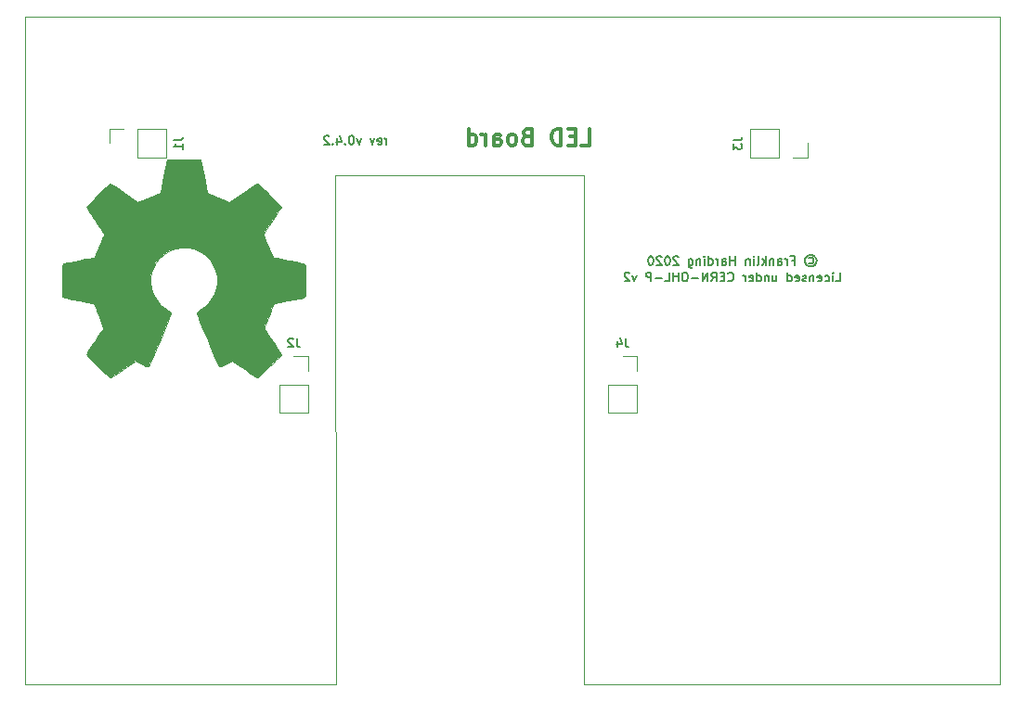
<source format=gbr>
%TF.GenerationSoftware,KiCad,Pcbnew,(5.1.8)-1*%
%TF.CreationDate,2020-12-02T22:37:37+03:00*%
%TF.ProjectId,ledboard,6c656462-6f61-4726-942e-6b696361645f,v0.4.0*%
%TF.SameCoordinates,Original*%
%TF.FileFunction,Legend,Bot*%
%TF.FilePolarity,Positive*%
%FSLAX46Y46*%
G04 Gerber Fmt 4.6, Leading zero omitted, Abs format (unit mm)*
G04 Created by KiCad (PCBNEW (5.1.8)-1) date 2020-12-02 22:37:37*
%MOMM*%
%LPD*%
G01*
G04 APERTURE LIST*
%TA.AperFunction,Profile*%
%ADD10C,0.050000*%
%TD*%
%ADD11C,0.150000*%
%ADD12C,0.300000*%
%ADD13C,0.010000*%
%ADD14C,0.120000*%
G04 APERTURE END LIST*
D10*
X81430000Y-91630000D02*
X81900000Y-91630000D01*
X81440000Y-45190000D02*
X81430000Y-91630000D01*
X58780000Y-45190000D02*
X81440000Y-45190000D01*
X58900000Y-91620000D02*
X58780000Y-45190000D01*
X58500000Y-91630000D02*
X58900000Y-91620000D01*
X58400000Y-91630000D02*
X58500000Y-91630000D01*
X81895000Y-91630000D02*
X119360000Y-91630000D01*
X30460000Y-91630000D02*
X58400000Y-91630000D01*
X119360000Y-91630000D02*
X119360000Y-30670000D01*
X30460000Y-30670000D02*
X30460000Y-91630000D01*
X119360000Y-30670000D02*
X30460000Y-30670000D01*
D11*
X63464166Y-42361904D02*
X63464166Y-41828571D01*
X63464166Y-41980952D02*
X63426071Y-41904761D01*
X63387976Y-41866666D01*
X63311785Y-41828571D01*
X63235595Y-41828571D01*
X62664166Y-42323809D02*
X62740357Y-42361904D01*
X62892738Y-42361904D01*
X62968928Y-42323809D01*
X63007023Y-42247619D01*
X63007023Y-41942857D01*
X62968928Y-41866666D01*
X62892738Y-41828571D01*
X62740357Y-41828571D01*
X62664166Y-41866666D01*
X62626071Y-41942857D01*
X62626071Y-42019047D01*
X63007023Y-42095238D01*
X62359404Y-41828571D02*
X62168928Y-42361904D01*
X61978452Y-41828571D01*
X61140357Y-41828571D02*
X60949880Y-42361904D01*
X60759404Y-41828571D01*
X60302261Y-41561904D02*
X60226071Y-41561904D01*
X60149880Y-41600000D01*
X60111785Y-41638095D01*
X60073690Y-41714285D01*
X60035595Y-41866666D01*
X60035595Y-42057142D01*
X60073690Y-42209523D01*
X60111785Y-42285714D01*
X60149880Y-42323809D01*
X60226071Y-42361904D01*
X60302261Y-42361904D01*
X60378452Y-42323809D01*
X60416547Y-42285714D01*
X60454642Y-42209523D01*
X60492738Y-42057142D01*
X60492738Y-41866666D01*
X60454642Y-41714285D01*
X60416547Y-41638095D01*
X60378452Y-41600000D01*
X60302261Y-41561904D01*
X59692738Y-42285714D02*
X59654642Y-42323809D01*
X59692738Y-42361904D01*
X59730833Y-42323809D01*
X59692738Y-42285714D01*
X59692738Y-42361904D01*
X58968928Y-41828571D02*
X58968928Y-42361904D01*
X59159404Y-41523809D02*
X59349880Y-42095238D01*
X58854642Y-42095238D01*
X58549880Y-42285714D02*
X58511785Y-42323809D01*
X58549880Y-42361904D01*
X58587976Y-42323809D01*
X58549880Y-42285714D01*
X58549880Y-42361904D01*
X58207023Y-41638095D02*
X58168928Y-41600000D01*
X58092738Y-41561904D01*
X57902261Y-41561904D01*
X57826071Y-41600000D01*
X57787976Y-41638095D01*
X57749880Y-41714285D01*
X57749880Y-41790476D01*
X57787976Y-41904761D01*
X58245119Y-42361904D01*
X57749880Y-42361904D01*
D12*
X81233571Y-42428571D02*
X81947857Y-42428571D01*
X81947857Y-40928571D01*
X80733571Y-41642857D02*
X80233571Y-41642857D01*
X80019285Y-42428571D02*
X80733571Y-42428571D01*
X80733571Y-40928571D01*
X80019285Y-40928571D01*
X79376428Y-42428571D02*
X79376428Y-40928571D01*
X79019285Y-40928571D01*
X78805000Y-41000000D01*
X78662142Y-41142857D01*
X78590714Y-41285714D01*
X78519285Y-41571428D01*
X78519285Y-41785714D01*
X78590714Y-42071428D01*
X78662142Y-42214285D01*
X78805000Y-42357142D01*
X79019285Y-42428571D01*
X79376428Y-42428571D01*
X76233571Y-41642857D02*
X76019285Y-41714285D01*
X75947857Y-41785714D01*
X75876428Y-41928571D01*
X75876428Y-42142857D01*
X75947857Y-42285714D01*
X76019285Y-42357142D01*
X76162142Y-42428571D01*
X76733571Y-42428571D01*
X76733571Y-40928571D01*
X76233571Y-40928571D01*
X76090714Y-41000000D01*
X76019285Y-41071428D01*
X75947857Y-41214285D01*
X75947857Y-41357142D01*
X76019285Y-41500000D01*
X76090714Y-41571428D01*
X76233571Y-41642857D01*
X76733571Y-41642857D01*
X75019285Y-42428571D02*
X75162142Y-42357142D01*
X75233571Y-42285714D01*
X75305000Y-42142857D01*
X75305000Y-41714285D01*
X75233571Y-41571428D01*
X75162142Y-41500000D01*
X75019285Y-41428571D01*
X74805000Y-41428571D01*
X74662142Y-41500000D01*
X74590714Y-41571428D01*
X74519285Y-41714285D01*
X74519285Y-42142857D01*
X74590714Y-42285714D01*
X74662142Y-42357142D01*
X74805000Y-42428571D01*
X75019285Y-42428571D01*
X73233571Y-42428571D02*
X73233571Y-41642857D01*
X73305000Y-41500000D01*
X73447857Y-41428571D01*
X73733571Y-41428571D01*
X73876428Y-41500000D01*
X73233571Y-42357142D02*
X73376428Y-42428571D01*
X73733571Y-42428571D01*
X73876428Y-42357142D01*
X73947857Y-42214285D01*
X73947857Y-42071428D01*
X73876428Y-41928571D01*
X73733571Y-41857142D01*
X73376428Y-41857142D01*
X73233571Y-41785714D01*
X72519285Y-42428571D02*
X72519285Y-41428571D01*
X72519285Y-41714285D02*
X72447857Y-41571428D01*
X72376428Y-41500000D01*
X72233571Y-41428571D01*
X72090714Y-41428571D01*
X70947857Y-42428571D02*
X70947857Y-40928571D01*
X70947857Y-42357142D02*
X71090714Y-42428571D01*
X71376428Y-42428571D01*
X71519285Y-42357142D01*
X71590714Y-42285714D01*
X71662142Y-42142857D01*
X71662142Y-41714285D01*
X71590714Y-41571428D01*
X71519285Y-41500000D01*
X71376428Y-41428571D01*
X71090714Y-41428571D01*
X70947857Y-41500000D01*
D11*
X104428571Y-54861904D02*
X104809523Y-54861904D01*
X104809523Y-54061904D01*
X104161904Y-54861904D02*
X104161904Y-54328571D01*
X104161904Y-54061904D02*
X104200000Y-54100000D01*
X104161904Y-54138095D01*
X104123809Y-54100000D01*
X104161904Y-54061904D01*
X104161904Y-54138095D01*
X103438095Y-54823809D02*
X103514285Y-54861904D01*
X103666666Y-54861904D01*
X103742857Y-54823809D01*
X103780952Y-54785714D01*
X103819047Y-54709523D01*
X103819047Y-54480952D01*
X103780952Y-54404761D01*
X103742857Y-54366666D01*
X103666666Y-54328571D01*
X103514285Y-54328571D01*
X103438095Y-54366666D01*
X102790476Y-54823809D02*
X102866666Y-54861904D01*
X103019047Y-54861904D01*
X103095238Y-54823809D01*
X103133333Y-54747619D01*
X103133333Y-54442857D01*
X103095238Y-54366666D01*
X103019047Y-54328571D01*
X102866666Y-54328571D01*
X102790476Y-54366666D01*
X102752380Y-54442857D01*
X102752380Y-54519047D01*
X103133333Y-54595238D01*
X102409523Y-54328571D02*
X102409523Y-54861904D01*
X102409523Y-54404761D02*
X102371428Y-54366666D01*
X102295238Y-54328571D01*
X102180952Y-54328571D01*
X102104761Y-54366666D01*
X102066666Y-54442857D01*
X102066666Y-54861904D01*
X101723809Y-54823809D02*
X101647619Y-54861904D01*
X101495238Y-54861904D01*
X101419047Y-54823809D01*
X101380952Y-54747619D01*
X101380952Y-54709523D01*
X101419047Y-54633333D01*
X101495238Y-54595238D01*
X101609523Y-54595238D01*
X101685714Y-54557142D01*
X101723809Y-54480952D01*
X101723809Y-54442857D01*
X101685714Y-54366666D01*
X101609523Y-54328571D01*
X101495238Y-54328571D01*
X101419047Y-54366666D01*
X100733333Y-54823809D02*
X100809523Y-54861904D01*
X100961904Y-54861904D01*
X101038095Y-54823809D01*
X101076190Y-54747619D01*
X101076190Y-54442857D01*
X101038095Y-54366666D01*
X100961904Y-54328571D01*
X100809523Y-54328571D01*
X100733333Y-54366666D01*
X100695238Y-54442857D01*
X100695238Y-54519047D01*
X101076190Y-54595238D01*
X100009523Y-54861904D02*
X100009523Y-54061904D01*
X100009523Y-54823809D02*
X100085714Y-54861904D01*
X100238095Y-54861904D01*
X100314285Y-54823809D01*
X100352380Y-54785714D01*
X100390476Y-54709523D01*
X100390476Y-54480952D01*
X100352380Y-54404761D01*
X100314285Y-54366666D01*
X100238095Y-54328571D01*
X100085714Y-54328571D01*
X100009523Y-54366666D01*
X98676190Y-54328571D02*
X98676190Y-54861904D01*
X99019047Y-54328571D02*
X99019047Y-54747619D01*
X98980952Y-54823809D01*
X98904761Y-54861904D01*
X98790476Y-54861904D01*
X98714285Y-54823809D01*
X98676190Y-54785714D01*
X98295238Y-54328571D02*
X98295238Y-54861904D01*
X98295238Y-54404761D02*
X98257142Y-54366666D01*
X98180952Y-54328571D01*
X98066666Y-54328571D01*
X97990476Y-54366666D01*
X97952380Y-54442857D01*
X97952380Y-54861904D01*
X97228571Y-54861904D02*
X97228571Y-54061904D01*
X97228571Y-54823809D02*
X97304761Y-54861904D01*
X97457142Y-54861904D01*
X97533333Y-54823809D01*
X97571428Y-54785714D01*
X97609523Y-54709523D01*
X97609523Y-54480952D01*
X97571428Y-54404761D01*
X97533333Y-54366666D01*
X97457142Y-54328571D01*
X97304761Y-54328571D01*
X97228571Y-54366666D01*
X96542857Y-54823809D02*
X96619047Y-54861904D01*
X96771428Y-54861904D01*
X96847619Y-54823809D01*
X96885714Y-54747619D01*
X96885714Y-54442857D01*
X96847619Y-54366666D01*
X96771428Y-54328571D01*
X96619047Y-54328571D01*
X96542857Y-54366666D01*
X96504761Y-54442857D01*
X96504761Y-54519047D01*
X96885714Y-54595238D01*
X96161904Y-54861904D02*
X96161904Y-54328571D01*
X96161904Y-54480952D02*
X96123809Y-54404761D01*
X96085714Y-54366666D01*
X96009523Y-54328571D01*
X95933333Y-54328571D01*
X94600000Y-54785714D02*
X94638095Y-54823809D01*
X94752380Y-54861904D01*
X94828571Y-54861904D01*
X94942857Y-54823809D01*
X95019047Y-54747619D01*
X95057142Y-54671428D01*
X95095238Y-54519047D01*
X95095238Y-54404761D01*
X95057142Y-54252380D01*
X95019047Y-54176190D01*
X94942857Y-54100000D01*
X94828571Y-54061904D01*
X94752380Y-54061904D01*
X94638095Y-54100000D01*
X94600000Y-54138095D01*
X94257142Y-54442857D02*
X93990476Y-54442857D01*
X93876190Y-54861904D02*
X94257142Y-54861904D01*
X94257142Y-54061904D01*
X93876190Y-54061904D01*
X93076190Y-54861904D02*
X93342857Y-54480952D01*
X93533333Y-54861904D02*
X93533333Y-54061904D01*
X93228571Y-54061904D01*
X93152380Y-54100000D01*
X93114285Y-54138095D01*
X93076190Y-54214285D01*
X93076190Y-54328571D01*
X93114285Y-54404761D01*
X93152380Y-54442857D01*
X93228571Y-54480952D01*
X93533333Y-54480952D01*
X92733333Y-54861904D02*
X92733333Y-54061904D01*
X92276190Y-54861904D01*
X92276190Y-54061904D01*
X91895238Y-54557142D02*
X91285714Y-54557142D01*
X90752380Y-54061904D02*
X90600000Y-54061904D01*
X90523809Y-54100000D01*
X90447619Y-54176190D01*
X90409523Y-54328571D01*
X90409523Y-54595238D01*
X90447619Y-54747619D01*
X90523809Y-54823809D01*
X90600000Y-54861904D01*
X90752380Y-54861904D01*
X90828571Y-54823809D01*
X90904761Y-54747619D01*
X90942857Y-54595238D01*
X90942857Y-54328571D01*
X90904761Y-54176190D01*
X90828571Y-54100000D01*
X90752380Y-54061904D01*
X90066666Y-54861904D02*
X90066666Y-54061904D01*
X90066666Y-54442857D02*
X89609523Y-54442857D01*
X89609523Y-54861904D02*
X89609523Y-54061904D01*
X88847619Y-54861904D02*
X89228571Y-54861904D01*
X89228571Y-54061904D01*
X88580952Y-54557142D02*
X87971428Y-54557142D01*
X87590476Y-54861904D02*
X87590476Y-54061904D01*
X87285714Y-54061904D01*
X87209523Y-54100000D01*
X87171428Y-54138095D01*
X87133333Y-54214285D01*
X87133333Y-54328571D01*
X87171428Y-54404761D01*
X87209523Y-54442857D01*
X87285714Y-54480952D01*
X87590476Y-54480952D01*
X86257142Y-54328571D02*
X86066666Y-54861904D01*
X85876190Y-54328571D01*
X85609523Y-54138095D02*
X85571428Y-54100000D01*
X85495238Y-54061904D01*
X85304761Y-54061904D01*
X85228571Y-54100000D01*
X85190476Y-54138095D01*
X85152380Y-54214285D01*
X85152380Y-54290476D01*
X85190476Y-54404761D01*
X85647619Y-54861904D01*
X85152380Y-54861904D01*
X101990476Y-52752380D02*
X102066666Y-52714285D01*
X102219047Y-52714285D01*
X102295238Y-52752380D01*
X102371428Y-52828571D01*
X102409523Y-52904761D01*
X102409523Y-53057142D01*
X102371428Y-53133333D01*
X102295238Y-53209523D01*
X102219047Y-53247619D01*
X102066666Y-53247619D01*
X101990476Y-53209523D01*
X102142857Y-52447619D02*
X102333333Y-52485714D01*
X102523809Y-52600000D01*
X102638095Y-52790476D01*
X102676190Y-52980952D01*
X102638095Y-53171428D01*
X102523809Y-53361904D01*
X102333333Y-53476190D01*
X102142857Y-53514285D01*
X101952380Y-53476190D01*
X101761904Y-53361904D01*
X101647619Y-53171428D01*
X101609523Y-52980952D01*
X101647619Y-52790476D01*
X101761904Y-52600000D01*
X101952380Y-52485714D01*
X102142857Y-52447619D01*
X100390476Y-52942857D02*
X100657142Y-52942857D01*
X100657142Y-53361904D02*
X100657142Y-52561904D01*
X100276190Y-52561904D01*
X99971428Y-53361904D02*
X99971428Y-52828571D01*
X99971428Y-52980952D02*
X99933333Y-52904761D01*
X99895238Y-52866666D01*
X99819047Y-52828571D01*
X99742857Y-52828571D01*
X99133333Y-53361904D02*
X99133333Y-52942857D01*
X99171428Y-52866666D01*
X99247619Y-52828571D01*
X99400000Y-52828571D01*
X99476190Y-52866666D01*
X99133333Y-53323809D02*
X99209523Y-53361904D01*
X99400000Y-53361904D01*
X99476190Y-53323809D01*
X99514285Y-53247619D01*
X99514285Y-53171428D01*
X99476190Y-53095238D01*
X99400000Y-53057142D01*
X99209523Y-53057142D01*
X99133333Y-53019047D01*
X98752380Y-52828571D02*
X98752380Y-53361904D01*
X98752380Y-52904761D02*
X98714285Y-52866666D01*
X98638095Y-52828571D01*
X98523809Y-52828571D01*
X98447619Y-52866666D01*
X98409523Y-52942857D01*
X98409523Y-53361904D01*
X98028571Y-53361904D02*
X98028571Y-52561904D01*
X97952380Y-53057142D02*
X97723809Y-53361904D01*
X97723809Y-52828571D02*
X98028571Y-53133333D01*
X97266666Y-53361904D02*
X97342857Y-53323809D01*
X97380952Y-53247619D01*
X97380952Y-52561904D01*
X96961904Y-53361904D02*
X96961904Y-52828571D01*
X96961904Y-52561904D02*
X97000000Y-52600000D01*
X96961904Y-52638095D01*
X96923809Y-52600000D01*
X96961904Y-52561904D01*
X96961904Y-52638095D01*
X96580952Y-52828571D02*
X96580952Y-53361904D01*
X96580952Y-52904761D02*
X96542857Y-52866666D01*
X96466666Y-52828571D01*
X96352380Y-52828571D01*
X96276190Y-52866666D01*
X96238095Y-52942857D01*
X96238095Y-53361904D01*
X95247619Y-53361904D02*
X95247619Y-52561904D01*
X95247619Y-52942857D02*
X94790476Y-52942857D01*
X94790476Y-53361904D02*
X94790476Y-52561904D01*
X94066666Y-53361904D02*
X94066666Y-52942857D01*
X94104761Y-52866666D01*
X94180952Y-52828571D01*
X94333333Y-52828571D01*
X94409523Y-52866666D01*
X94066666Y-53323809D02*
X94142857Y-53361904D01*
X94333333Y-53361904D01*
X94409523Y-53323809D01*
X94447619Y-53247619D01*
X94447619Y-53171428D01*
X94409523Y-53095238D01*
X94333333Y-53057142D01*
X94142857Y-53057142D01*
X94066666Y-53019047D01*
X93685714Y-53361904D02*
X93685714Y-52828571D01*
X93685714Y-52980952D02*
X93647619Y-52904761D01*
X93609523Y-52866666D01*
X93533333Y-52828571D01*
X93457142Y-52828571D01*
X92847619Y-53361904D02*
X92847619Y-52561904D01*
X92847619Y-53323809D02*
X92923809Y-53361904D01*
X93076190Y-53361904D01*
X93152380Y-53323809D01*
X93190476Y-53285714D01*
X93228571Y-53209523D01*
X93228571Y-52980952D01*
X93190476Y-52904761D01*
X93152380Y-52866666D01*
X93076190Y-52828571D01*
X92923809Y-52828571D01*
X92847619Y-52866666D01*
X92466666Y-53361904D02*
X92466666Y-52828571D01*
X92466666Y-52561904D02*
X92504761Y-52600000D01*
X92466666Y-52638095D01*
X92428571Y-52600000D01*
X92466666Y-52561904D01*
X92466666Y-52638095D01*
X92085714Y-52828571D02*
X92085714Y-53361904D01*
X92085714Y-52904761D02*
X92047619Y-52866666D01*
X91971428Y-52828571D01*
X91857142Y-52828571D01*
X91780952Y-52866666D01*
X91742857Y-52942857D01*
X91742857Y-53361904D01*
X91019047Y-52828571D02*
X91019047Y-53476190D01*
X91057142Y-53552380D01*
X91095238Y-53590476D01*
X91171428Y-53628571D01*
X91285714Y-53628571D01*
X91361904Y-53590476D01*
X91019047Y-53323809D02*
X91095238Y-53361904D01*
X91247619Y-53361904D01*
X91323809Y-53323809D01*
X91361904Y-53285714D01*
X91400000Y-53209523D01*
X91400000Y-52980952D01*
X91361904Y-52904761D01*
X91323809Y-52866666D01*
X91247619Y-52828571D01*
X91095238Y-52828571D01*
X91019047Y-52866666D01*
X90066666Y-52638095D02*
X90028571Y-52600000D01*
X89952380Y-52561904D01*
X89761904Y-52561904D01*
X89685714Y-52600000D01*
X89647619Y-52638095D01*
X89609523Y-52714285D01*
X89609523Y-52790476D01*
X89647619Y-52904761D01*
X90104761Y-53361904D01*
X89609523Y-53361904D01*
X89114285Y-52561904D02*
X89038095Y-52561904D01*
X88961904Y-52600000D01*
X88923809Y-52638095D01*
X88885714Y-52714285D01*
X88847619Y-52866666D01*
X88847619Y-53057142D01*
X88885714Y-53209523D01*
X88923809Y-53285714D01*
X88961904Y-53323809D01*
X89038095Y-53361904D01*
X89114285Y-53361904D01*
X89190476Y-53323809D01*
X89228571Y-53285714D01*
X89266666Y-53209523D01*
X89304761Y-53057142D01*
X89304761Y-52866666D01*
X89266666Y-52714285D01*
X89228571Y-52638095D01*
X89190476Y-52600000D01*
X89114285Y-52561904D01*
X88542857Y-52638095D02*
X88504761Y-52600000D01*
X88428571Y-52561904D01*
X88238095Y-52561904D01*
X88161904Y-52600000D01*
X88123809Y-52638095D01*
X88085714Y-52714285D01*
X88085714Y-52790476D01*
X88123809Y-52904761D01*
X88580952Y-53361904D01*
X88085714Y-53361904D01*
X87590476Y-52561904D02*
X87514285Y-52561904D01*
X87438095Y-52600000D01*
X87400000Y-52638095D01*
X87361904Y-52714285D01*
X87323809Y-52866666D01*
X87323809Y-53057142D01*
X87361904Y-53209523D01*
X87400000Y-53285714D01*
X87438095Y-53323809D01*
X87514285Y-53361904D01*
X87590476Y-53361904D01*
X87666666Y-53323809D01*
X87704761Y-53285714D01*
X87742857Y-53209523D01*
X87780952Y-53057142D01*
X87780952Y-52866666D01*
X87742857Y-52714285D01*
X87704761Y-52638095D01*
X87666666Y-52600000D01*
X87590476Y-52561904D01*
D13*
%TO.C,REF\u002A\u002A*%
G36*
X43133662Y-45251066D02*
G01*
X42852206Y-46744045D01*
X41813673Y-47172163D01*
X40775139Y-47600280D01*
X39529245Y-46753081D01*
X39180330Y-46517193D01*
X38864929Y-46306575D01*
X38597761Y-46130845D01*
X38393544Y-45999617D01*
X38266996Y-45922508D01*
X38232533Y-45905882D01*
X38170448Y-45948643D01*
X38037779Y-46066859D01*
X37849399Y-46245428D01*
X37620175Y-46469250D01*
X37364981Y-46723222D01*
X37098685Y-46992245D01*
X36836158Y-47261217D01*
X36592271Y-47515037D01*
X36381895Y-47738603D01*
X36219899Y-47916814D01*
X36121155Y-48034570D01*
X36097549Y-48073979D01*
X36131522Y-48146632D01*
X36226766Y-48305801D01*
X36373265Y-48535916D01*
X36561007Y-48821408D01*
X36779978Y-49146709D01*
X36906863Y-49332252D01*
X37138137Y-49671054D01*
X37343648Y-49976789D01*
X37513425Y-50234237D01*
X37637498Y-50428181D01*
X37705898Y-50543402D01*
X37716177Y-50567616D01*
X37692876Y-50636433D01*
X37629363Y-50796819D01*
X37535221Y-51026223D01*
X37420034Y-51302096D01*
X37293383Y-51601887D01*
X37164852Y-51903046D01*
X37044025Y-52183022D01*
X36940485Y-52419266D01*
X36863814Y-52589228D01*
X36823595Y-52670357D01*
X36821221Y-52673550D01*
X36758070Y-52689041D01*
X36589885Y-52723600D01*
X36334100Y-52773830D01*
X36008147Y-52836334D01*
X35629459Y-52907714D01*
X35408515Y-52948877D01*
X35003868Y-53025921D01*
X34638376Y-53099233D01*
X34330532Y-53164802D01*
X34098826Y-53218615D01*
X33961747Y-53256661D01*
X33934191Y-53268732D01*
X33907203Y-53350435D01*
X33885427Y-53534961D01*
X33868849Y-53800730D01*
X33857454Y-54126166D01*
X33851227Y-54489690D01*
X33850155Y-54869725D01*
X33854221Y-55244692D01*
X33863411Y-55593014D01*
X33877711Y-55893113D01*
X33897105Y-56123411D01*
X33921579Y-56262329D01*
X33936258Y-56291249D01*
X34024002Y-56325913D01*
X34209928Y-56375470D01*
X34469442Y-56434098D01*
X34777951Y-56495976D01*
X34885645Y-56515994D01*
X35404881Y-56611102D01*
X35815040Y-56687697D01*
X36129675Y-56748821D01*
X36362337Y-56797521D01*
X36526581Y-56836839D01*
X36635957Y-56869820D01*
X36704019Y-56899509D01*
X36744319Y-56928950D01*
X36749957Y-56934769D01*
X36806242Y-57028499D01*
X36892105Y-57210911D01*
X36998971Y-57459667D01*
X37118269Y-57752432D01*
X37241424Y-58066869D01*
X37359862Y-58380641D01*
X37465012Y-58671412D01*
X37548298Y-58916846D01*
X37601147Y-59094606D01*
X37614987Y-59182355D01*
X37613833Y-59185429D01*
X37566940Y-59257152D01*
X37460558Y-59414962D01*
X37305867Y-59642432D01*
X37114045Y-59923137D01*
X36896272Y-60240650D01*
X36834253Y-60330881D01*
X36613118Y-60658006D01*
X36418528Y-60956477D01*
X36261085Y-61209153D01*
X36151387Y-61398896D01*
X36100036Y-61508567D01*
X36097549Y-61522041D01*
X36140694Y-61592859D01*
X36259910Y-61733151D01*
X36439873Y-61927841D01*
X36665257Y-62161850D01*
X36920736Y-62420101D01*
X37190985Y-62687515D01*
X37460678Y-62949014D01*
X37714490Y-63189522D01*
X37937094Y-63393960D01*
X38113166Y-63547250D01*
X38227380Y-63634314D01*
X38258976Y-63648529D01*
X38332521Y-63615048D01*
X38483096Y-63524748D01*
X38686175Y-63392839D01*
X38842423Y-63286667D01*
X39125537Y-63091850D01*
X39460813Y-62862460D01*
X39797112Y-62633438D01*
X39977917Y-62510865D01*
X40589903Y-62096925D01*
X41103623Y-62374688D01*
X41337660Y-62496370D01*
X41536674Y-62590951D01*
X41671331Y-62644895D01*
X41705607Y-62652402D01*
X41746824Y-62596981D01*
X41828137Y-62440373D01*
X41943478Y-62197021D01*
X42086775Y-61881373D01*
X42251959Y-61507873D01*
X42432960Y-61090968D01*
X42623708Y-60645104D01*
X42818133Y-60184726D01*
X43010165Y-59724280D01*
X43193733Y-59278211D01*
X43362768Y-58860967D01*
X43511200Y-58486992D01*
X43632958Y-58170732D01*
X43721973Y-57926633D01*
X43772175Y-57769141D01*
X43780249Y-57715052D01*
X43716258Y-57646059D01*
X43576153Y-57534063D01*
X43389221Y-57402334D01*
X43373532Y-57391911D01*
X42890387Y-57005171D01*
X42500814Y-56553976D01*
X42208188Y-56052755D01*
X42015886Y-55515934D01*
X41927283Y-54957941D01*
X41945756Y-54393202D01*
X42074681Y-53836146D01*
X42317434Y-53301198D01*
X42388854Y-53184158D01*
X42760329Y-52711545D01*
X43199182Y-52332029D01*
X43690224Y-52047585D01*
X44218266Y-51860186D01*
X44768117Y-51771805D01*
X45324590Y-51784418D01*
X45872496Y-51899996D01*
X46396644Y-52120514D01*
X46881846Y-52447946D01*
X47031933Y-52580843D01*
X47413912Y-52996847D01*
X47692256Y-53434780D01*
X47883191Y-53925664D01*
X47989532Y-54411792D01*
X48015783Y-54958353D01*
X47928248Y-55507628D01*
X47735817Y-56041050D01*
X47447382Y-56540053D01*
X47071835Y-56986072D01*
X46618067Y-57360541D01*
X46558431Y-57400013D01*
X46369496Y-57529279D01*
X46225871Y-57641280D01*
X46157206Y-57712791D01*
X46156207Y-57715052D01*
X46170949Y-57792409D01*
X46229386Y-57967977D01*
X46325446Y-58227313D01*
X46453056Y-58555973D01*
X46606144Y-58939517D01*
X46778638Y-59363501D01*
X46964465Y-59813483D01*
X47157553Y-60275019D01*
X47351829Y-60733669D01*
X47541221Y-61174988D01*
X47719656Y-61584535D01*
X47881063Y-61947868D01*
X48019368Y-62250543D01*
X48128499Y-62478117D01*
X48202384Y-62616150D01*
X48232138Y-62652402D01*
X48323056Y-62624172D01*
X48493174Y-62548461D01*
X48713158Y-62438799D01*
X48834123Y-62374688D01*
X49347842Y-62096925D01*
X49959828Y-62510865D01*
X50272233Y-62722923D01*
X50614262Y-62956288D01*
X50934778Y-63176020D01*
X51095322Y-63286667D01*
X51321121Y-63438294D01*
X51512321Y-63558451D01*
X51643980Y-63631923D01*
X51686744Y-63647455D01*
X51748986Y-63605556D01*
X51886737Y-63488590D01*
X52086642Y-63308699D01*
X52335348Y-63078030D01*
X52619498Y-62808725D01*
X52799210Y-62635813D01*
X53113621Y-62326891D01*
X53385341Y-62050584D01*
X53603387Y-61818712D01*
X53756775Y-61643093D01*
X53834521Y-61535548D01*
X53841980Y-61513724D01*
X53807367Y-61430708D01*
X53711719Y-61262855D01*
X53565645Y-61027158D01*
X53379756Y-60740611D01*
X53164661Y-60420207D01*
X53103493Y-60330881D01*
X52880613Y-60006222D01*
X52680655Y-59713921D01*
X52514798Y-59470404D01*
X52394222Y-59292097D01*
X52330106Y-59195425D01*
X52323912Y-59185429D01*
X52333175Y-59108386D01*
X52382345Y-58938997D01*
X52462849Y-58699597D01*
X52566112Y-58412522D01*
X52683562Y-58100110D01*
X52806625Y-57784697D01*
X52926728Y-57488619D01*
X53035297Y-57234212D01*
X53123758Y-57043814D01*
X53183539Y-56939760D01*
X53187788Y-56934769D01*
X53224344Y-56905031D01*
X53286087Y-56875623D01*
X53386568Y-56843502D01*
X53539341Y-56805622D01*
X53757957Y-56758940D01*
X54055969Y-56700411D01*
X54446930Y-56626991D01*
X54944392Y-56535636D01*
X55052100Y-56515994D01*
X55371323Y-56454318D01*
X55649616Y-56393982D01*
X55862386Y-56340808D01*
X55985040Y-56300619D01*
X56001487Y-56291249D01*
X56028588Y-56208183D01*
X56050617Y-56022553D01*
X56067559Y-55755938D01*
X56079400Y-55429917D01*
X56086124Y-55066066D01*
X56087716Y-54685964D01*
X56084163Y-54311189D01*
X56075449Y-53963318D01*
X56061559Y-53663930D01*
X56042479Y-53434603D01*
X56018194Y-53296913D01*
X56003554Y-53268732D01*
X55922049Y-53240306D01*
X55736454Y-53194059D01*
X55465260Y-53134005D01*
X55126957Y-53064154D01*
X54740036Y-52988519D01*
X54529230Y-52948877D01*
X54129259Y-52874108D01*
X53772581Y-52806375D01*
X53476629Y-52749076D01*
X53258837Y-52705607D01*
X53136636Y-52679367D01*
X53116524Y-52673550D01*
X53082532Y-52607964D01*
X53010676Y-52449988D01*
X52910536Y-52222191D01*
X52791688Y-51947142D01*
X52663711Y-51647411D01*
X52536184Y-51345567D01*
X52418684Y-51064177D01*
X52320788Y-50825813D01*
X52252077Y-50653042D01*
X52222126Y-50568434D01*
X52221569Y-50564736D01*
X52255522Y-50497992D01*
X52350711Y-50344399D01*
X52497132Y-50119221D01*
X52684779Y-49837724D01*
X52903648Y-49515174D01*
X53030882Y-49329902D01*
X53262727Y-48990192D01*
X53468647Y-48681772D01*
X53638597Y-48420243D01*
X53762528Y-48221206D01*
X53830394Y-48100266D01*
X53840196Y-48073154D01*
X53798062Y-48010049D01*
X53681579Y-47875310D01*
X53505628Y-47684031D01*
X53285086Y-47451308D01*
X53034835Y-47192236D01*
X52769754Y-46921909D01*
X52504722Y-46655423D01*
X52254619Y-46407873D01*
X52034324Y-46194354D01*
X51858717Y-46029961D01*
X51742678Y-45929789D01*
X51703858Y-45905882D01*
X51640651Y-45939498D01*
X51489471Y-46033938D01*
X51265019Y-46179588D01*
X50981992Y-46366834D01*
X50655090Y-46586063D01*
X50408500Y-46753081D01*
X49162606Y-47600280D01*
X48124073Y-47172163D01*
X47085539Y-46744045D01*
X46804083Y-45251066D01*
X46522627Y-43758088D01*
X43415118Y-43758088D01*
X43133662Y-45251066D01*
G37*
X43133662Y-45251066D02*
X42852206Y-46744045D01*
X41813673Y-47172163D01*
X40775139Y-47600280D01*
X39529245Y-46753081D01*
X39180330Y-46517193D01*
X38864929Y-46306575D01*
X38597761Y-46130845D01*
X38393544Y-45999617D01*
X38266996Y-45922508D01*
X38232533Y-45905882D01*
X38170448Y-45948643D01*
X38037779Y-46066859D01*
X37849399Y-46245428D01*
X37620175Y-46469250D01*
X37364981Y-46723222D01*
X37098685Y-46992245D01*
X36836158Y-47261217D01*
X36592271Y-47515037D01*
X36381895Y-47738603D01*
X36219899Y-47916814D01*
X36121155Y-48034570D01*
X36097549Y-48073979D01*
X36131522Y-48146632D01*
X36226766Y-48305801D01*
X36373265Y-48535916D01*
X36561007Y-48821408D01*
X36779978Y-49146709D01*
X36906863Y-49332252D01*
X37138137Y-49671054D01*
X37343648Y-49976789D01*
X37513425Y-50234237D01*
X37637498Y-50428181D01*
X37705898Y-50543402D01*
X37716177Y-50567616D01*
X37692876Y-50636433D01*
X37629363Y-50796819D01*
X37535221Y-51026223D01*
X37420034Y-51302096D01*
X37293383Y-51601887D01*
X37164852Y-51903046D01*
X37044025Y-52183022D01*
X36940485Y-52419266D01*
X36863814Y-52589228D01*
X36823595Y-52670357D01*
X36821221Y-52673550D01*
X36758070Y-52689041D01*
X36589885Y-52723600D01*
X36334100Y-52773830D01*
X36008147Y-52836334D01*
X35629459Y-52907714D01*
X35408515Y-52948877D01*
X35003868Y-53025921D01*
X34638376Y-53099233D01*
X34330532Y-53164802D01*
X34098826Y-53218615D01*
X33961747Y-53256661D01*
X33934191Y-53268732D01*
X33907203Y-53350435D01*
X33885427Y-53534961D01*
X33868849Y-53800730D01*
X33857454Y-54126166D01*
X33851227Y-54489690D01*
X33850155Y-54869725D01*
X33854221Y-55244692D01*
X33863411Y-55593014D01*
X33877711Y-55893113D01*
X33897105Y-56123411D01*
X33921579Y-56262329D01*
X33936258Y-56291249D01*
X34024002Y-56325913D01*
X34209928Y-56375470D01*
X34469442Y-56434098D01*
X34777951Y-56495976D01*
X34885645Y-56515994D01*
X35404881Y-56611102D01*
X35815040Y-56687697D01*
X36129675Y-56748821D01*
X36362337Y-56797521D01*
X36526581Y-56836839D01*
X36635957Y-56869820D01*
X36704019Y-56899509D01*
X36744319Y-56928950D01*
X36749957Y-56934769D01*
X36806242Y-57028499D01*
X36892105Y-57210911D01*
X36998971Y-57459667D01*
X37118269Y-57752432D01*
X37241424Y-58066869D01*
X37359862Y-58380641D01*
X37465012Y-58671412D01*
X37548298Y-58916846D01*
X37601147Y-59094606D01*
X37614987Y-59182355D01*
X37613833Y-59185429D01*
X37566940Y-59257152D01*
X37460558Y-59414962D01*
X37305867Y-59642432D01*
X37114045Y-59923137D01*
X36896272Y-60240650D01*
X36834253Y-60330881D01*
X36613118Y-60658006D01*
X36418528Y-60956477D01*
X36261085Y-61209153D01*
X36151387Y-61398896D01*
X36100036Y-61508567D01*
X36097549Y-61522041D01*
X36140694Y-61592859D01*
X36259910Y-61733151D01*
X36439873Y-61927841D01*
X36665257Y-62161850D01*
X36920736Y-62420101D01*
X37190985Y-62687515D01*
X37460678Y-62949014D01*
X37714490Y-63189522D01*
X37937094Y-63393960D01*
X38113166Y-63547250D01*
X38227380Y-63634314D01*
X38258976Y-63648529D01*
X38332521Y-63615048D01*
X38483096Y-63524748D01*
X38686175Y-63392839D01*
X38842423Y-63286667D01*
X39125537Y-63091850D01*
X39460813Y-62862460D01*
X39797112Y-62633438D01*
X39977917Y-62510865D01*
X40589903Y-62096925D01*
X41103623Y-62374688D01*
X41337660Y-62496370D01*
X41536674Y-62590951D01*
X41671331Y-62644895D01*
X41705607Y-62652402D01*
X41746824Y-62596981D01*
X41828137Y-62440373D01*
X41943478Y-62197021D01*
X42086775Y-61881373D01*
X42251959Y-61507873D01*
X42432960Y-61090968D01*
X42623708Y-60645104D01*
X42818133Y-60184726D01*
X43010165Y-59724280D01*
X43193733Y-59278211D01*
X43362768Y-58860967D01*
X43511200Y-58486992D01*
X43632958Y-58170732D01*
X43721973Y-57926633D01*
X43772175Y-57769141D01*
X43780249Y-57715052D01*
X43716258Y-57646059D01*
X43576153Y-57534063D01*
X43389221Y-57402334D01*
X43373532Y-57391911D01*
X42890387Y-57005171D01*
X42500814Y-56553976D01*
X42208188Y-56052755D01*
X42015886Y-55515934D01*
X41927283Y-54957941D01*
X41945756Y-54393202D01*
X42074681Y-53836146D01*
X42317434Y-53301198D01*
X42388854Y-53184158D01*
X42760329Y-52711545D01*
X43199182Y-52332029D01*
X43690224Y-52047585D01*
X44218266Y-51860186D01*
X44768117Y-51771805D01*
X45324590Y-51784418D01*
X45872496Y-51899996D01*
X46396644Y-52120514D01*
X46881846Y-52447946D01*
X47031933Y-52580843D01*
X47413912Y-52996847D01*
X47692256Y-53434780D01*
X47883191Y-53925664D01*
X47989532Y-54411792D01*
X48015783Y-54958353D01*
X47928248Y-55507628D01*
X47735817Y-56041050D01*
X47447382Y-56540053D01*
X47071835Y-56986072D01*
X46618067Y-57360541D01*
X46558431Y-57400013D01*
X46369496Y-57529279D01*
X46225871Y-57641280D01*
X46157206Y-57712791D01*
X46156207Y-57715052D01*
X46170949Y-57792409D01*
X46229386Y-57967977D01*
X46325446Y-58227313D01*
X46453056Y-58555973D01*
X46606144Y-58939517D01*
X46778638Y-59363501D01*
X46964465Y-59813483D01*
X47157553Y-60275019D01*
X47351829Y-60733669D01*
X47541221Y-61174988D01*
X47719656Y-61584535D01*
X47881063Y-61947868D01*
X48019368Y-62250543D01*
X48128499Y-62478117D01*
X48202384Y-62616150D01*
X48232138Y-62652402D01*
X48323056Y-62624172D01*
X48493174Y-62548461D01*
X48713158Y-62438799D01*
X48834123Y-62374688D01*
X49347842Y-62096925D01*
X49959828Y-62510865D01*
X50272233Y-62722923D01*
X50614262Y-62956288D01*
X50934778Y-63176020D01*
X51095322Y-63286667D01*
X51321121Y-63438294D01*
X51512321Y-63558451D01*
X51643980Y-63631923D01*
X51686744Y-63647455D01*
X51748986Y-63605556D01*
X51886737Y-63488590D01*
X52086642Y-63308699D01*
X52335348Y-63078030D01*
X52619498Y-62808725D01*
X52799210Y-62635813D01*
X53113621Y-62326891D01*
X53385341Y-62050584D01*
X53603387Y-61818712D01*
X53756775Y-61643093D01*
X53834521Y-61535548D01*
X53841980Y-61513724D01*
X53807367Y-61430708D01*
X53711719Y-61262855D01*
X53565645Y-61027158D01*
X53379756Y-60740611D01*
X53164661Y-60420207D01*
X53103493Y-60330881D01*
X52880613Y-60006222D01*
X52680655Y-59713921D01*
X52514798Y-59470404D01*
X52394222Y-59292097D01*
X52330106Y-59195425D01*
X52323912Y-59185429D01*
X52333175Y-59108386D01*
X52382345Y-58938997D01*
X52462849Y-58699597D01*
X52566112Y-58412522D01*
X52683562Y-58100110D01*
X52806625Y-57784697D01*
X52926728Y-57488619D01*
X53035297Y-57234212D01*
X53123758Y-57043814D01*
X53183539Y-56939760D01*
X53187788Y-56934769D01*
X53224344Y-56905031D01*
X53286087Y-56875623D01*
X53386568Y-56843502D01*
X53539341Y-56805622D01*
X53757957Y-56758940D01*
X54055969Y-56700411D01*
X54446930Y-56626991D01*
X54944392Y-56535636D01*
X55052100Y-56515994D01*
X55371323Y-56454318D01*
X55649616Y-56393982D01*
X55862386Y-56340808D01*
X55985040Y-56300619D01*
X56001487Y-56291249D01*
X56028588Y-56208183D01*
X56050617Y-56022553D01*
X56067559Y-55755938D01*
X56079400Y-55429917D01*
X56086124Y-55066066D01*
X56087716Y-54685964D01*
X56084163Y-54311189D01*
X56075449Y-53963318D01*
X56061559Y-53663930D01*
X56042479Y-53434603D01*
X56018194Y-53296913D01*
X56003554Y-53268732D01*
X55922049Y-53240306D01*
X55736454Y-53194059D01*
X55465260Y-53134005D01*
X55126957Y-53064154D01*
X54740036Y-52988519D01*
X54529230Y-52948877D01*
X54129259Y-52874108D01*
X53772581Y-52806375D01*
X53476629Y-52749076D01*
X53258837Y-52705607D01*
X53136636Y-52679367D01*
X53116524Y-52673550D01*
X53082532Y-52607964D01*
X53010676Y-52449988D01*
X52910536Y-52222191D01*
X52791688Y-51947142D01*
X52663711Y-51647411D01*
X52536184Y-51345567D01*
X52418684Y-51064177D01*
X52320788Y-50825813D01*
X52252077Y-50653042D01*
X52222126Y-50568434D01*
X52221569Y-50564736D01*
X52255522Y-50497992D01*
X52350711Y-50344399D01*
X52497132Y-50119221D01*
X52684779Y-49837724D01*
X52903648Y-49515174D01*
X53030882Y-49329902D01*
X53262727Y-48990192D01*
X53468647Y-48681772D01*
X53638597Y-48420243D01*
X53762528Y-48221206D01*
X53830394Y-48100266D01*
X53840196Y-48073154D01*
X53798062Y-48010049D01*
X53681579Y-47875310D01*
X53505628Y-47684031D01*
X53285086Y-47451308D01*
X53034835Y-47192236D01*
X52769754Y-46921909D01*
X52504722Y-46655423D01*
X52254619Y-46407873D01*
X52034324Y-46194354D01*
X51858717Y-46029961D01*
X51742678Y-45929789D01*
X51703858Y-45905882D01*
X51640651Y-45939498D01*
X51489471Y-46033938D01*
X51265019Y-46179588D01*
X50981992Y-46366834D01*
X50655090Y-46586063D01*
X50408500Y-46753081D01*
X49162606Y-47600280D01*
X48124073Y-47172163D01*
X47085539Y-46744045D01*
X46804083Y-45251066D01*
X46522627Y-43758088D01*
X43415118Y-43758088D01*
X43133662Y-45251066D01*
D14*
%TO.C,J1*%
X43370000Y-40920000D02*
X43370000Y-43580000D01*
X40770000Y-40920000D02*
X43370000Y-40920000D01*
X40770000Y-43580000D02*
X43370000Y-43580000D01*
X40770000Y-40920000D02*
X40770000Y-43580000D01*
X39500000Y-40920000D02*
X38170000Y-40920000D01*
X38170000Y-40920000D02*
X38170000Y-42250000D01*
%TO.C,J2*%
X56330000Y-66870000D02*
X53670000Y-66870000D01*
X56330000Y-64270000D02*
X56330000Y-66870000D01*
X53670000Y-64270000D02*
X53670000Y-66870000D01*
X56330000Y-64270000D02*
X53670000Y-64270000D01*
X56330000Y-63000000D02*
X56330000Y-61670000D01*
X56330000Y-61670000D02*
X55000000Y-61670000D01*
%TO.C,J3*%
X101830000Y-43580000D02*
X101830000Y-42250000D01*
X100500000Y-43580000D02*
X101830000Y-43580000D01*
X99230000Y-43580000D02*
X99230000Y-40920000D01*
X99230000Y-40920000D02*
X96630000Y-40920000D01*
X99230000Y-43580000D02*
X96630000Y-43580000D01*
X96630000Y-43580000D02*
X96630000Y-40920000D01*
%TO.C,J4*%
X86330000Y-61670000D02*
X85000000Y-61670000D01*
X86330000Y-63000000D02*
X86330000Y-61670000D01*
X86330000Y-64270000D02*
X83670000Y-64270000D01*
X83670000Y-64270000D02*
X83670000Y-66870000D01*
X86330000Y-64270000D02*
X86330000Y-66870000D01*
X86330000Y-66870000D02*
X83670000Y-66870000D01*
%TD*%
%TO.C,J1*%
D11*
X44061904Y-41983333D02*
X44633333Y-41983333D01*
X44747619Y-41945238D01*
X44823809Y-41869047D01*
X44861904Y-41754761D01*
X44861904Y-41678571D01*
X44861904Y-42783333D02*
X44861904Y-42326190D01*
X44861904Y-42554761D02*
X44061904Y-42554761D01*
X44176190Y-42478571D01*
X44252380Y-42402380D01*
X44290476Y-42326190D01*
%TO.C,J2*%
X55266666Y-60061904D02*
X55266666Y-60633333D01*
X55304761Y-60747619D01*
X55380952Y-60823809D01*
X55495238Y-60861904D01*
X55571428Y-60861904D01*
X54923809Y-60138095D02*
X54885714Y-60100000D01*
X54809523Y-60061904D01*
X54619047Y-60061904D01*
X54542857Y-60100000D01*
X54504761Y-60138095D01*
X54466666Y-60214285D01*
X54466666Y-60290476D01*
X54504761Y-60404761D01*
X54961904Y-60861904D01*
X54466666Y-60861904D01*
%TO.C,J3*%
X95061904Y-41983333D02*
X95633333Y-41983333D01*
X95747619Y-41945238D01*
X95823809Y-41869047D01*
X95861904Y-41754761D01*
X95861904Y-41678571D01*
X95061904Y-42288095D02*
X95061904Y-42783333D01*
X95366666Y-42516666D01*
X95366666Y-42630952D01*
X95404761Y-42707142D01*
X95442857Y-42745238D01*
X95519047Y-42783333D01*
X95709523Y-42783333D01*
X95785714Y-42745238D01*
X95823809Y-42707142D01*
X95861904Y-42630952D01*
X95861904Y-42402380D01*
X95823809Y-42326190D01*
X95785714Y-42288095D01*
%TO.C,J4*%
X85266666Y-60061904D02*
X85266666Y-60633333D01*
X85304761Y-60747619D01*
X85380952Y-60823809D01*
X85495238Y-60861904D01*
X85571428Y-60861904D01*
X84542857Y-60328571D02*
X84542857Y-60861904D01*
X84733333Y-60023809D02*
X84923809Y-60595238D01*
X84428571Y-60595238D01*
%TD*%
M02*

</source>
